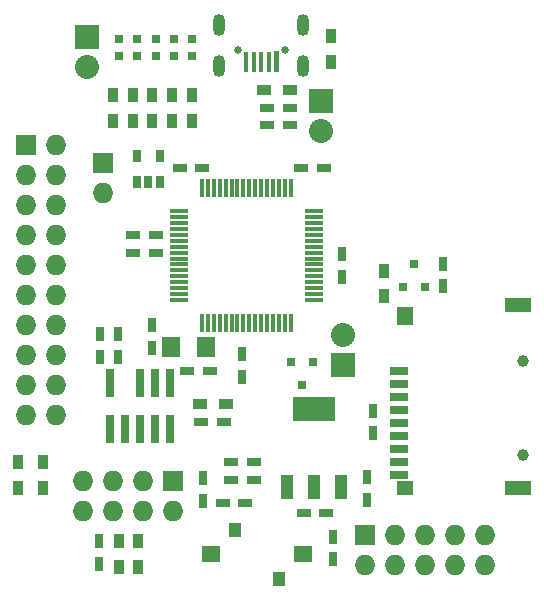
<source format=gbr>
G04 #@! TF.FileFunction,Soldermask,Top*
%FSLAX46Y46*%
G04 Gerber Fmt 4.6, Leading zero omitted, Abs format (unit mm)*
G04 Created by KiCad (PCBNEW 4.1.0-alpha+201605272346+6836~44~ubuntu16.04.1-product) date Tue May 31 07:58:38 2016*
%MOMM*%
%LPD*%
G01*
G04 APERTURE LIST*
%ADD10C,0.100000*%
%ADD11R,1.200000X0.750000*%
%ADD12R,0.900000X1.200000*%
%ADD13R,1.500000X1.400000*%
%ADD14R,1.000000X1.150000*%
%ADD15R,2.032000X2.032000*%
%ADD16O,2.032000X2.032000*%
%ADD17R,0.797560X0.797560*%
%ADD18R,0.650000X1.060000*%
%ADD19R,1.200000X0.900000*%
%ADD20R,0.800100X0.800100*%
%ADD21R,3.657600X2.032000*%
%ADD22R,1.016000X2.032000*%
%ADD23O,1.727200X1.727200*%
%ADD24R,1.727200X1.727200*%
%ADD25R,0.750000X1.200000*%
%ADD26R,0.300000X1.500000*%
%ADD27R,1.500000X0.300000*%
%ADD28R,0.740000X2.400000*%
%ADD29R,1.500000X1.800000*%
%ADD30R,0.400000X1.700000*%
%ADD31O,1.050000X1.850000*%
%ADD32C,0.650000*%
%ADD33R,1.600000X0.700000*%
%ADD34C,1.000000*%
%ADD35R,2.200000X1.200000*%
%ADD36R,1.400000X1.200000*%
%ADD37R,1.400000X1.600000*%
G04 APERTURE END LIST*
D10*
D11*
X142372000Y-73279000D03*
X144272000Y-73279000D03*
D12*
X121279920Y-101815720D03*
X121279920Y-104015720D03*
X123383040Y-101815720D03*
X123383040Y-104015720D03*
D13*
X145391800Y-109626400D03*
X137591800Y-109626400D03*
D14*
X143341800Y-111701400D03*
X139641800Y-107551400D03*
D15*
X148742400Y-93548200D03*
D16*
X148742400Y-91008200D03*
D17*
X131356100Y-67462400D03*
X131356100Y-65963800D03*
X136004300Y-67449700D03*
X136004300Y-65951100D03*
D12*
X130987800Y-70748800D03*
X130987800Y-72948800D03*
D18*
X131348400Y-78120600D03*
X132298400Y-78120600D03*
X133248400Y-78120600D03*
X133248400Y-75920600D03*
X131348400Y-75920600D03*
D19*
X138844200Y-96860360D03*
X136644200Y-96860360D03*
D11*
X147375960Y-106080560D03*
X145475960Y-106080560D03*
D20*
X153837600Y-87005160D03*
X155737600Y-87005160D03*
X154787600Y-85006180D03*
D21*
X146354800Y-97307400D03*
D22*
X146354800Y-103911400D03*
X148640800Y-103911400D03*
X144068800Y-103911400D03*
D23*
X124460000Y-97790000D03*
X121920000Y-97790000D03*
X124460000Y-95250000D03*
X121920000Y-95250000D03*
X124460000Y-92710000D03*
X121920000Y-92710000D03*
X124460000Y-90170000D03*
X121920000Y-90170000D03*
X124460000Y-87630000D03*
X121920000Y-87630000D03*
X124460000Y-85090000D03*
X121920000Y-85090000D03*
D24*
X121920000Y-74930000D03*
D23*
X124460000Y-74930000D03*
X121920000Y-77470000D03*
X124460000Y-77470000D03*
X121920000Y-80010000D03*
X124460000Y-80010000D03*
X121920000Y-82550000D03*
X124460000Y-82550000D03*
D25*
X128193800Y-92882800D03*
X128193800Y-90982800D03*
D17*
X129832100Y-67449700D03*
X129832100Y-65951100D03*
D25*
X157251400Y-86903600D03*
X157251400Y-85003600D03*
D11*
X132903000Y-84074000D03*
X131003000Y-84074000D03*
X136855200Y-76911200D03*
X134955200Y-76911200D03*
D25*
X148717000Y-86106000D03*
X148717000Y-84206000D03*
X140233400Y-92684600D03*
X140233400Y-94584600D03*
X147929600Y-110032800D03*
X147929600Y-108132800D03*
X136906000Y-105090000D03*
X136906000Y-103190000D03*
X151282400Y-99385200D03*
X151282400Y-97485200D03*
X150835360Y-105008720D03*
X150835360Y-103108720D03*
D11*
X144267000Y-71818500D03*
X142367000Y-71818500D03*
X141203720Y-101762560D03*
X139303720Y-101762560D03*
D19*
X144292500Y-70294500D03*
X142092500Y-70294500D03*
D12*
X152247600Y-87790200D03*
X152247600Y-85590200D03*
X129336800Y-70748800D03*
X129336800Y-72948800D03*
D11*
X131003000Y-82550000D03*
X132903000Y-82550000D03*
X141203720Y-103306880D03*
X139303720Y-103306880D03*
D25*
X132638800Y-92136000D03*
X132638800Y-90236000D03*
D11*
X135600400Y-94107000D03*
X137500400Y-94107000D03*
X138678960Y-98430080D03*
X136778960Y-98430080D03*
D26*
X136839000Y-90028000D03*
X137339000Y-90028000D03*
X137839000Y-90028000D03*
X138339000Y-90028000D03*
X138839000Y-90028000D03*
X139339000Y-90028000D03*
X139839000Y-90028000D03*
X140339000Y-90028000D03*
X140839000Y-90028000D03*
X141339000Y-90028000D03*
X141839000Y-90028000D03*
X142339000Y-90028000D03*
X142839000Y-90028000D03*
X143339000Y-90028000D03*
X143839000Y-90028000D03*
X144339000Y-90028000D03*
D27*
X146289000Y-88078000D03*
X146289000Y-87578000D03*
X146289000Y-87078000D03*
X146289000Y-86578000D03*
X146289000Y-86078000D03*
X146289000Y-85578000D03*
X146289000Y-85078000D03*
X146289000Y-84578000D03*
X146289000Y-84078000D03*
X146289000Y-83578000D03*
X146289000Y-83078000D03*
X146289000Y-82578000D03*
X146289000Y-82078000D03*
X146289000Y-81578000D03*
X146289000Y-81078000D03*
X146289000Y-80578000D03*
D26*
X144339000Y-78628000D03*
X143839000Y-78628000D03*
X143339000Y-78628000D03*
X142839000Y-78628000D03*
X142339000Y-78628000D03*
X141839000Y-78628000D03*
X141339000Y-78628000D03*
X140839000Y-78628000D03*
X140339000Y-78628000D03*
X139839000Y-78628000D03*
X139339000Y-78628000D03*
X138839000Y-78628000D03*
X138339000Y-78628000D03*
X137839000Y-78628000D03*
X137339000Y-78628000D03*
X136839000Y-78628000D03*
D27*
X134889000Y-80578000D03*
X134889000Y-81078000D03*
X134889000Y-81578000D03*
X134889000Y-82078000D03*
X134889000Y-82578000D03*
X134889000Y-83078000D03*
X134889000Y-83578000D03*
X134889000Y-84078000D03*
X134889000Y-84578000D03*
X134889000Y-85078000D03*
X134889000Y-85578000D03*
X134889000Y-86078000D03*
X134889000Y-86578000D03*
X134889000Y-87078000D03*
X134889000Y-87578000D03*
X134889000Y-88078000D03*
D17*
X132905500Y-67449700D03*
X132905500Y-65951100D03*
D12*
X132638800Y-70748800D03*
X132638800Y-72948800D03*
D11*
X145252400Y-76911200D03*
X147152400Y-76911200D03*
D25*
X128143000Y-108524000D03*
X128143000Y-110424000D03*
D12*
X129794000Y-110701000D03*
X129794000Y-108501000D03*
X131445000Y-108501000D03*
X131445000Y-110701000D03*
D17*
X134454900Y-67449700D03*
X134454900Y-65951100D03*
D12*
X134289800Y-70748800D03*
X134289800Y-72948800D03*
X147726400Y-67902000D03*
X147726400Y-65702000D03*
D28*
X134086600Y-95072200D03*
X134086600Y-98972200D03*
X132816600Y-95072200D03*
X132816600Y-98972200D03*
X131546600Y-95072200D03*
X131546600Y-98972200D03*
X130276600Y-98972200D03*
X129006600Y-95072200D03*
X129006600Y-98972200D03*
D29*
X137212200Y-92024200D03*
X134212200Y-92024200D03*
D30*
X141852600Y-67895400D03*
X141202600Y-67895400D03*
X142502600Y-67895400D03*
D10*
G36*
X143352600Y-67045400D02*
X143352600Y-68745400D01*
X142952600Y-68745400D01*
X142952600Y-67045400D01*
X143352600Y-67045400D01*
X143352600Y-67045400D01*
G37*
D30*
X140552600Y-67895400D03*
D31*
X145427600Y-64795400D03*
X138277600Y-64795400D03*
X145427600Y-68245400D03*
X138277600Y-68245400D03*
D32*
X143852600Y-66920400D03*
X139852600Y-66920400D03*
D20*
X146238000Y-93301820D03*
X144338000Y-93301820D03*
X145288000Y-95300800D03*
D12*
X135991600Y-70748800D03*
X135991600Y-72948800D03*
D24*
X128435100Y-76504800D03*
D23*
X128435100Y-79044800D03*
D15*
X146888200Y-71272400D03*
D16*
X146888200Y-73812400D03*
D33*
X153482400Y-94066000D03*
X153482400Y-95166000D03*
X153482400Y-96266000D03*
X153482400Y-97366000D03*
X153482400Y-98466000D03*
X153482400Y-99566000D03*
X153482400Y-100666000D03*
X153482400Y-101766000D03*
X153482400Y-102866000D03*
D34*
X163982400Y-93216000D03*
X163982400Y-101196000D03*
D35*
X163582400Y-88516000D03*
D36*
X153982400Y-104016000D03*
D37*
X153982400Y-89416000D03*
D35*
X163582400Y-104016000D03*
D15*
X127127000Y-65786000D03*
D16*
X127127000Y-68326000D03*
D24*
X150622000Y-107950000D03*
D23*
X150622000Y-110490000D03*
X153162000Y-107950000D03*
X153162000Y-110490000D03*
X155702000Y-107950000D03*
X155702000Y-110490000D03*
X158242000Y-107950000D03*
X158242000Y-110490000D03*
X160782000Y-107950000D03*
X160782000Y-110490000D03*
X126746000Y-103378000D03*
X126746000Y-105918000D03*
X129286000Y-103378000D03*
X129286000Y-105918000D03*
X131826000Y-103378000D03*
X131826000Y-105918000D03*
D24*
X134366000Y-103378000D03*
D23*
X134366000Y-105918000D03*
D11*
X138572200Y-105232200D03*
X140472200Y-105232200D03*
D25*
X129755900Y-92885300D03*
X129755900Y-90985300D03*
M02*

</source>
